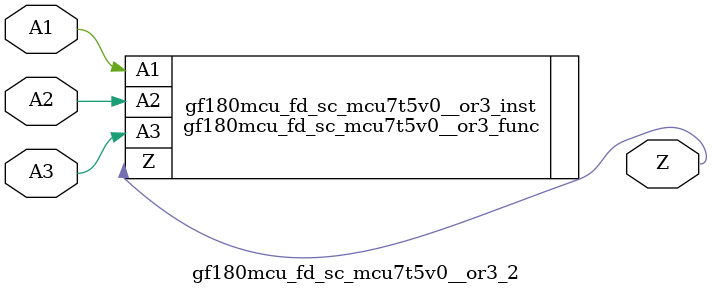
<source format=v>

`ifndef GF180MCU_FD_SC_MCU7T5V0__OR3_2_V
`define GF180MCU_FD_SC_MCU7T5V0__OR3_2_V

`include gf180mcu_fd_sc_mcu7t5v0__or3.v

`ifdef USE_POWER_PINS
module gf180mcu_fd_sc_mcu7t5v0__or3_2( A1, A2, A3, Z, VDD, VSS );
inout VDD, VSS;
`else // If not USE_POWER_PINS
module gf180mcu_fd_sc_mcu7t5v0__or3_2( A1, A2, A3, Z );
`endif // If not USE_POWER_PINS
input A1, A2, A3;
output Z;

`ifdef USE_POWER_PINS
  gf180mcu_fd_sc_mcu7t5v0__or3_func gf180mcu_fd_sc_mcu7t5v0__or3_inst(.A1(A1),.A2(A2),.A3(A3),.Z(Z),.VDD(VDD),.VSS(VSS));
`else // If not USE_POWER_PINS
  gf180mcu_fd_sc_mcu7t5v0__or3_func gf180mcu_fd_sc_mcu7t5v0__or3_inst(.A1(A1),.A2(A2),.A3(A3),.Z(Z));
`endif // If not USE_POWER_PINS

`ifndef FUNCTIONAL
	// spec_gates_begin


	// spec_gates_end



   specify

	// specify_block_begin

	// comb arc A1 --> Z
	 (A1 => Z) = (1.0,1.0);

	// comb arc A2 --> Z
	 (A2 => Z) = (1.0,1.0);

	// comb arc A3 --> Z
	 (A3 => Z) = (1.0,1.0);

	// specify_block_end

   endspecify

   `endif

endmodule
`endif // GF180MCU_FD_SC_MCU7T5V0__OR3_2_V

</source>
